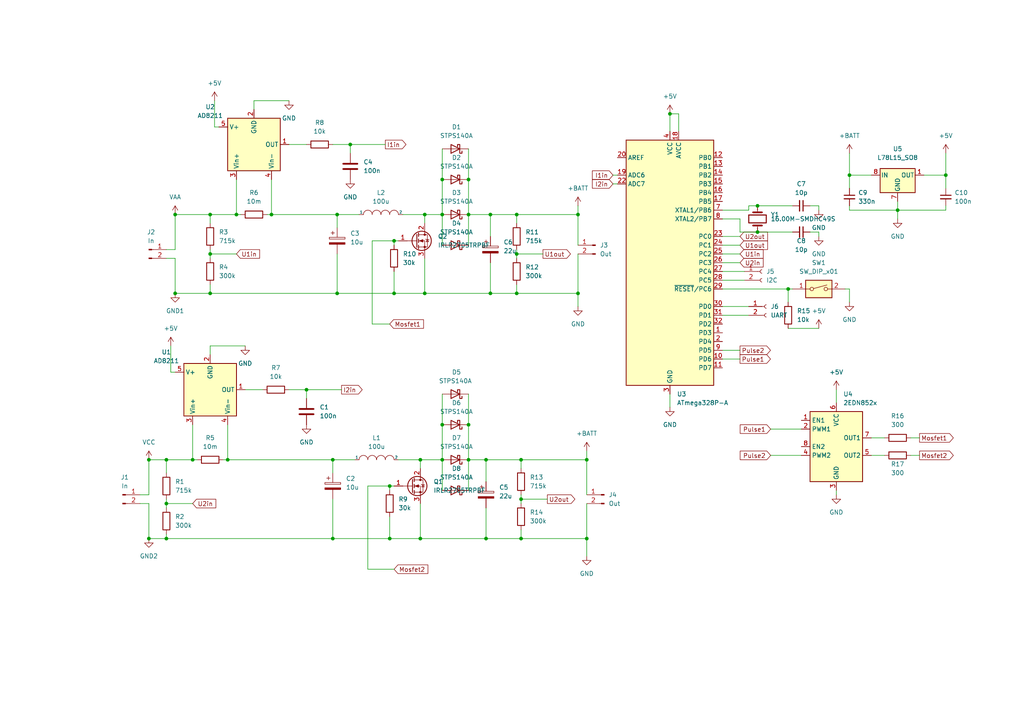
<source format=kicad_sch>
(kicad_sch (version 20211123) (generator eeschema)
  (paper "A4")
  (lib_symbols
    (symbol "Amplifier_Current:AD8211"
      (property "Reference" "U" (at -7.62 10.795 0))
      (property "Value" "AD8211" (at -7.62 8.89 0))
      (symbol "AD8211_0_1"
        (rectangle (start -7.62 7.62) (end 7.62 -7.62) (stroke (width 0.254)) (fill (type background)))
      )
      (symbol "AD8211_1_1"
        (pin output line (at 10.16 0 180) (length 2.54) (name "OUT") (number "1"))
        (pin power_in line (at 0 -10.16 90) (length 2.54) (name "GND") (number "2"))
        (pin input line (at -5.08 10.16 270) (length 2.54) (name "Vin+") (number "3"))
        (pin input line (at 5.08 10.16 270) (length 2.54) (name "Vin-") (number "4"))
        (pin power_in line (at -10.16 -5.08 0) (length 2.54) (name "V+") (number "5"))
      )
    )
    (symbol "Connector:Conn_01x02_Female" (pin_names (offset 1.016) hide)
      (property "Reference" "J" (at 0 2.54 0))
      (property "Value" "Conn_01x02_Female" (at 0 -5.08 0))
      (symbol "Conn_01x02_Female_1_1"
        (arc (start 0 -2.032) (mid -0.508 -2.54) (end 0 -3.048) (stroke (width 0.1524)))
        (polyline (pts (xy -1.27 -2.54) (xy -0.508 -2.54)) (stroke (width 0.1524)))
        (polyline (pts (xy -1.27 0) (xy -0.508 0)) (stroke (width 0.1524)))
        (arc (start 0 0.508) (mid -0.508 0) (end 0 -0.508) (stroke (width 0.1524)))
        (pin passive line (at -5.08 0 0) (length 3.81) (name "Pin_1") (number "1"))
        (pin passive line (at -5.08 -2.54 0) (length 3.81) (name "Pin_2") (number "2"))
      )
    )
    (symbol "Connector:Conn_01x02_Male" (pin_names (offset 1.016) hide)
      (property "Reference" "J" (at 0 2.54 0))
      (property "Value" "Conn_01x02_Male" (at 0 -5.08 0))
      (symbol "Conn_01x02_Male_1_1"
        (polyline (pts (xy 1.27 -2.54) (xy 0.8636 -2.54)) (stroke (width 0.1524)))
        (polyline (pts (xy 1.27 0) (xy 0.8636 0)) (stroke (width 0.1524)))
        (rectangle (start 0.8636 -2.413) (end 0 -2.667) (stroke (width 0.1524)) (fill (type outline)))
        (rectangle (start 0.8636 0.127) (end 0 -0.127) (stroke (width 0.1524)) (fill (type outline)))
        (pin passive line (at 5.08 0 180) (length 3.81) (name "Pin_1") (number "1"))
        (pin passive line (at 5.08 -2.54 180) (length 3.81) (name "Pin_2") (number "2"))
      )
    )
    (symbol "Device:C" (pin_numbers hide) (pin_names (offset 0.254))
      (property "Reference" "C" (at 0.635 2.54 0))
      (property "Value" "C" (at 0.635 -2.54 0))
      (symbol "C_0_1"
        (polyline (pts (xy -2.032 -0.762) (xy 2.032 -0.762)) (stroke (width 0.508)))
        (polyline (pts (xy -2.032 0.762) (xy 2.032 0.762)) (stroke (width 0.508)))
      )
      (symbol "C_1_1"
        (pin passive line (at 0 3.81 270) (length 2.794) (name "~") (number "1"))
        (pin passive line (at 0 -3.81 90) (length 2.794) (name "~") (number "2"))
      )
    )
    (symbol "Device:C_Polarized" (pin_numbers hide) (pin_names (offset 0.254))
      (property "Reference" "C" (at 0.635 2.54 0))
      (property "Value" "C_Polarized" (at 0.635 -2.54 0))
      (symbol "C_Polarized_0_1"
        (rectangle (start -2.286 0.508) (end 2.286 1.016))
        (polyline (pts (xy -1.778 2.286) (xy -0.762 2.286)))
        (polyline (pts (xy -1.27 2.794) (xy -1.27 1.778)))
        (rectangle (start 2.286 -0.508) (end -2.286 -1.016) (fill (type outline)))
      )
      (symbol "C_Polarized_1_1"
        (pin passive line (at 0 3.81 270) (length 2.794) (name "~") (number "1"))
        (pin passive line (at 0 -3.81 90) (length 2.794) (name "~") (number "2"))
      )
    )
    (symbol "Device:C_Small" (pin_numbers hide) (pin_names (offset 0.254) hide)
      (property "Reference" "C" (at 0.254 1.778 0))
      (property "Value" "C_Small" (at 0.254 -2.032 0))
      (symbol "C_Small_0_1"
        (polyline (pts (xy -1.524 -0.508) (xy 1.524 -0.508)) (stroke (width 0.3302)))
        (polyline (pts (xy -1.524 0.508) (xy 1.524 0.508)) (stroke (width 0.3048)))
      )
      (symbol "C_Small_1_1"
        (pin passive line (at 0 2.54 270) (length 2.032) (name "~") (number "1"))
        (pin passive line (at 0 -2.54 90) (length 2.032) (name "~") (number "2"))
      )
    )
    (symbol "Device:Crystal" (pin_numbers hide) (pin_names (offset 1.016) hide)
      (property "Reference" "Y" (at 0 3.81 0))
      (property "Value" "Crystal" (at 0 -3.81 0))
      (symbol "Crystal_0_1"
        (rectangle (start -1.143 2.54) (end 1.143 -2.54) (stroke (width 0.3048)))
        (polyline (pts (xy -2.54 0) (xy -1.905 0)))
        (polyline (pts (xy -1.905 -1.27) (xy -1.905 1.27)) (stroke (width 0.508)))
        (polyline (pts (xy 1.905 -1.27) (xy 1.905 1.27)) (stroke (width 0.508)))
        (polyline (pts (xy 2.54 0) (xy 1.905 0)))
      )
      (symbol "Crystal_1_1"
        (pin passive line (at -3.81 0 0) (length 1.27) (name "1") (number "1"))
        (pin passive line (at 3.81 0 180) (length 1.27) (name "2") (number "2"))
      )
    )
    (symbol "Device:D_Schottky" (pin_numbers hide) (pin_names (offset 1.016) hide)
      (property "Reference" "D" (at 0 2.54 0))
      (property "Value" "D_Schottky" (at 0 -2.54 0))
      (symbol "D_Schottky_0_1"
        (polyline (pts (xy 1.27 0) (xy -1.27 0)))
        (polyline (pts (xy 1.27 1.27) (xy 1.27 -1.27) (xy -1.27 0) (xy 1.27 1.27)) (stroke (width 0.254)))
        (polyline (pts (xy -1.905 0.635) (xy -1.905 1.27) (xy -1.27 1.27) (xy -1.27 -1.27) (xy -0.635 -1.27) (xy -0.635 -0.635)) (stroke (width 0.254)))
      )
      (symbol "D_Schottky_1_1"
        (pin passive line (at -3.81 0 0) (length 2.54) (name "K") (number "1"))
        (pin passive line (at 3.81 0 180) (length 2.54) (name "A") (number "2"))
      )
    )
    (symbol "Device:R" (pin_numbers hide) (pin_names (offset 0))
      (property "Reference" "R" (at 2.032 0 90))
      (property "Value" "R" (at 0 0 90))
      (symbol "R_0_1"
        (rectangle (start -1.016 -2.54) (end 1.016 2.54) (stroke (width 0.254)))
      )
      (symbol "R_1_1"
        (pin passive line (at 0 3.81 270) (length 1.27) (name "~") (number "1"))
        (pin passive line (at 0 -3.81 90) (length 1.27) (name "~") (number "2"))
      )
    )
    (symbol "Driver_FET:PM8834"
      (property "Reference" "U" (at -7.62 11.43 0))
      (property "Value" "PM8834" (at 12.7 11.43 0))
      (symbol "PM8834_0_1"
        (rectangle (start -7.62 -10.16) (end 7.62 10.16) (stroke (width 0.254)) (fill (type background)))
      )
      (symbol "PM8834_1_1"
        (pin input line (at -10.16 7.62 0) (length 2.54) (name "EN1") (number "1"))
        (pin input line (at -10.16 5.08 0) (length 2.54) (name "PWM1") (number "2"))
        (pin power_in line (at 0 -12.7 90) (length 2.54) (name "GND") (number "3"))
        (pin input line (at -10.16 -2.54 0) (length 2.54) (name "PWM2") (number "4"))
        (pin output line (at 10.16 -2.54 180) (length 2.54) (name "OUT2") (number "5"))
        (pin power_in line (at 0 12.7 270) (length 2.54) (name "VCC") (number "6"))
        (pin output line (at 10.16 2.54 180) (length 2.54) (name "OUT1") (number "7"))
        (pin input line (at -10.16 0 0) (length 2.54) (name "EN2") (number "8"))
      )
    )
    (symbol "MCU_Microchip_ATmega:ATmega328P-A"
      (property "Reference" "U" (at -12.7 36.83 0))
      (property "Value" "ATmega328P-A" (at 2.54 -36.83 0))
      (symbol "ATmega328P-A_0_1"
        (rectangle (start -12.7 -35.56) (end 12.7 35.56) (stroke (width 0.254)) (fill (type background)))
      )
      (symbol "ATmega328P-A_1_1"
        (pin bidirectional line (at 15.24 -20.32 180) (length 2.54) (name "PD3") (number "1"))
        (pin bidirectional line (at 15.24 -27.94 180) (length 2.54) (name "PD6") (number "10"))
        (pin bidirectional line (at 15.24 -30.48 180) (length 2.54) (name "PD7") (number "11"))
        (pin bidirectional line (at 15.24 30.48 180) (length 2.54) (name "PB0") (number "12"))
        (pin bidirectional line (at 15.24 27.94 180) (length 2.54) (name "PB1") (number "13"))
        (pin bidirectional line (at 15.24 25.4 180) (length 2.54) (name "PB2") (number "14"))
        (pin bidirectional line (at 15.24 22.86 180) (length 2.54) (name "PB3") (number "15"))
        (pin bidirectional line (at 15.24 20.32 180) (length 2.54) (name "PB4") (number "16"))
        (pin bidirectional line (at 15.24 17.78 180) (length 2.54) (name "PB5") (number "17"))
        (pin power_in line (at 2.54 38.1 270) (length 2.54) (name "AVCC") (number "18"))
        (pin input line (at -15.24 25.4 0) (length 2.54) (name "ADC6") (number "19"))
        (pin bidirectional line (at 15.24 -22.86 180) (length 2.54) (name "PD4") (number "2"))
        (pin passive line (at -15.24 30.48 0) (length 2.54) (name "AREF") (number "20"))
        (pin passive line (at 0 -38.1 90) (length 2.54) hide (name "GND") (number "21"))
        (pin input line (at -15.24 22.86 0) (length 2.54) (name "ADC7") (number "22"))
        (pin bidirectional line (at 15.24 7.62 180) (length 2.54) (name "PC0") (number "23"))
        (pin bidirectional line (at 15.24 5.08 180) (length 2.54) (name "PC1") (number "24"))
        (pin bidirectional line (at 15.24 2.54 180) (length 2.54) (name "PC2") (number "25"))
        (pin bidirectional line (at 15.24 0 180) (length 2.54) (name "PC3") (number "26"))
        (pin bidirectional line (at 15.24 -2.54 180) (length 2.54) (name "PC4") (number "27"))
        (pin bidirectional line (at 15.24 -5.08 180) (length 2.54) (name "PC5") (number "28"))
        (pin bidirectional line (at 15.24 -7.62 180) (length 2.54) (name "~{RESET}/PC6") (number "29"))
        (pin power_in line (at 0 -38.1 90) (length 2.54) (name "GND") (number "3"))
        (pin bidirectional line (at 15.24 -12.7 180) (length 2.54) (name "PD0") (number "30"))
        (pin bidirectional line (at 15.24 -15.24 180) (length 2.54) (name "PD1") (number "31"))
        (pin bidirectional line (at 15.24 -17.78 180) (length 2.54) (name "PD2") (number "32"))
        (pin power_in line (at 0 38.1 270) (length 2.54) (name "VCC") (number "4"))
        (pin passive line (at 0 -38.1 90) (length 2.54) hide (name "GND") (number "5"))
        (pin passive line (at 0 38.1 270) (length 2.54) hide (name "VCC") (number "6"))
        (pin bidirectional line (at 15.24 15.24 180) (length 2.54) (name "XTAL1/PB6") (number "7"))
        (pin bidirectional line (at 15.24 12.7 180) (length 2.54) (name "XTAL2/PB7") (number "8"))
        (pin bidirectional line (at 15.24 -25.4 180) (length 2.54) (name "PD5") (number "9"))
      )
    )
    (symbol "Regulator_Linear:L78L15_SO8" (pin_names (offset 0.254))
      (property "Reference" "U" (at -3.81 3.175 0))
      (property "Value" "L78L15_SO8" (at 0 3.175 0))
      (symbol "L78L15_SO8_0_1"
        (rectangle (start -5.08 1.905) (end 5.08 -5.08) (stroke (width 0.254)) (fill (type background)))
      )
      (symbol "L78L15_SO8_1_1"
        (pin power_out line (at 7.62 0 180) (length 2.54) (name "OUT") (number "1"))
        (pin passive line (at 0 -7.62 90) (length 2.54) hide (name "GND") (number "2"))
        (pin passive line (at 0 -7.62 90) (length 2.54) hide (name "GND") (number "3"))
        (pin no_connect line (at -5.08 -2.54 0) (length 2.54) hide (name "NC") (number "4"))
        (pin no_connect line (at 5.08 -2.54 180) (length 2.54) hide (name "NC") (number "5"))
        (pin passive line (at 0 -7.62 90) (length 2.54) hide (name "GND") (number "6"))
        (pin power_in line (at 0 -7.62 90) (length 2.54) (name "GND") (number "7"))
        (pin power_in line (at -7.62 0 0) (length 2.54) (name "IN") (number "8"))
      )
    )
    (symbol "Switch:SW_DIP_x01" (pin_names (offset 0) hide)
      (property "Reference" "SW" (at 0 3.81 0))
      (property "Value" "SW_DIP_x01" (at 0 -3.81 0))
      (symbol "SW_DIP_x01_0_0"
        (circle (center -2.032 0) (radius 0.508))
        (polyline (pts (xy -1.524 0.127) (xy 2.3622 1.1684)))
        (circle (center 2.032 0) (radius 0.508))
      )
      (symbol "SW_DIP_x01_0_1"
        (rectangle (start -3.81 2.54) (end 3.81 -2.54) (stroke (width 0.254)) (fill (type background)))
      )
      (symbol "SW_DIP_x01_1_1"
        (pin passive line (at -7.62 0 0) (length 5.08) (name "~") (number "1"))
        (pin passive line (at 7.62 0 180) (length 5.08) (name "~") (number "2"))
      )
    )
    (symbol "Transistor_FET:IRFS4321" (pin_names hide)
      (property "Reference" "Q" (at 5.08 1.905 0))
      (property "Value" "IRFS4321" (at 5.08 0 0))
      (symbol "IRFS4321_0_1"
        (polyline (pts (xy 0.254 0) (xy -2.54 0)))
        (polyline (pts (xy 0.254 1.905) (xy 0.254 -1.905)) (stroke (width 0.254)))
        (polyline (pts (xy 0.762 -1.27) (xy 0.762 -2.286)) (stroke (width 0.254)))
        (polyline (pts (xy 0.762 0.508) (xy 0.762 -0.508)) (stroke (width 0.254)))
        (polyline (pts (xy 0.762 2.286) (xy 0.762 1.27)) (stroke (width 0.254)))
        (polyline (pts (xy 2.54 2.54) (xy 2.54 1.778)))
        (polyline (pts (xy 2.54 -2.54) (xy 2.54 0) (xy 0.762 0)))
        (polyline (pts (xy 0.762 -1.778) (xy 3.302 -1.778) (xy 3.302 1.778) (xy 0.762 1.778)))
        (polyline (pts (xy 1.016 0) (xy 2.032 0.381) (xy 2.032 -0.381) (xy 1.016 0)) (fill (type outline)))
        (polyline (pts (xy 2.794 0.508) (xy 2.921 0.381) (xy 3.683 0.381) (xy 3.81 0.254)))
        (polyline (pts (xy 3.302 0.381) (xy 2.921 -0.254) (xy 3.683 -0.254) (xy 3.302 0.381)))
        (circle (center 1.651 0) (radius 2.794) (stroke (width 0.254)))
        (circle (center 2.54 -1.778) (radius 0.254) (fill (type outline)))
        (circle (center 2.54 1.778) (radius 0.254) (fill (type outline)))
      )
      (symbol "IRFS4321_1_1"
        (pin passive line (at -5.08 0 0) (length 2.54) (name "G") (number "1"))
        (pin passive line (at 2.54 5.08 270) (length 2.54) (name "D") (number "2"))
        (pin passive line (at 2.54 -5.08 90) (length 2.54) (name "S") (number "3"))
      )
    )
    (symbol "power:+5V" (power) (pin_names (offset 0))
      (property "Value" "+5V" (at 0 3.556 0))
      (symbol "+5V_0_1"
        (polyline (pts (xy -0.762 1.27) (xy 0 2.54)))
        (polyline (pts (xy 0 0) (xy 0 2.54)))
        (polyline (pts (xy 0 2.54) (xy 0.762 1.27)))
      )
      (symbol "+5V_1_1"
        (pin power_in line (at 0 0 90) (length 0) hide (name "+5V") (number "1"))
      )
    )
    (symbol "power:+BATT" (power) (pin_names (offset 0))
      (property "Value" "+BATT" (at 0 3.556 0))
      (symbol "+BATT_0_1"
        (polyline (pts (xy -0.762 1.27) (xy 0 2.54)))
        (polyline (pts (xy 0 0) (xy 0 2.54)))
        (polyline (pts (xy 0 2.54) (xy 0.762 1.27)))
      )
      (symbol "+BATT_1_1"
        (pin power_in line (at 0 0 90) (length 0) hide (name "+BATT") (number "1"))
      )
    )
    (symbol "power:GND" (power) (pin_names (offset 0))
      (property "Value" "GND" (at 0 -3.81 0))
      (symbol "GND_0_1"
        (polyline (pts (xy 0 0) (xy 0 -1.27) (xy 1.27 -1.27) (xy 0 -2.54) (xy -1.27 -1.27) (xy 0 -1.27)))
      )
      (symbol "GND_1_1"
        (pin power_in line (at 0 0 270) (length 0) hide (name "GND") (number "1"))
      )
    )
    (symbol "power:GND1" (power) (pin_names (offset 0))
      (property "Value" "GND1" (at 0 -3.81 0))
      (symbol "GND1_0_1"
        (polyline (pts (xy 0 0) (xy 0 -1.27) (xy 1.27 -1.27) (xy 0 -2.54) (xy -1.27 -1.27) (xy 0 -1.27)))
      )
      (symbol "GND1_1_1"
        (pin power_in line (at 0 0 270) (length 0) hide (name "GND1") (number "1"))
      )
    )
    (symbol "power:GND2" (power) (pin_names (offset 0))
      (property "Value" "GND2" (at 0 -3.81 0))
      (symbol "GND2_0_1"
        (polyline (pts (xy 0 0) (xy 0 -1.27) (xy 1.27 -1.27) (xy 0 -2.54) (xy -1.27 -1.27) (xy 0 -1.27)))
      )
      (symbol "GND2_1_1"
        (pin power_in line (at 0 0 270) (length 0) hide (name "GND2") (number "1"))
      )
    )
    (symbol "power:VAA" (power) (pin_names (offset 0))
      (property "Value" "VAA" (at 0 3.81 0))
      (symbol "VAA_0_1"
        (polyline (pts (xy -0.762 1.27) (xy 0 2.54)))
        (polyline (pts (xy 0 0) (xy 0 2.54)))
        (polyline (pts (xy 0 2.54) (xy 0.762 1.27)))
      )
      (symbol "VAA_1_1"
        (pin power_in line (at 0 0 90) (length 0) hide (name "VAA") (number "1"))
      )
    )
    (symbol "power:VCC" (power) (pin_names (offset 0))
      (property "Value" "VCC" (at 0 3.81 0))
      (symbol "VCC_0_1"
        (polyline (pts (xy -0.762 1.27) (xy 0 2.54)))
        (polyline (pts (xy 0 0) (xy 0 2.54)))
        (polyline (pts (xy 0 2.54) (xy 0.762 1.27)))
      )
      (symbol "VCC_1_1"
        (pin power_in line (at 0 0 90) (length 0) hide (name "VCC") (number "1"))
      )
    )
    (symbol "pspice:INDUCTOR" (pin_numbers hide) (pin_names (offset 0))
      (property "Reference" "L" (at 0 2.54 0))
      (property "Value" "INDUCTOR" (at 0 -1.27 0))
      (symbol "INDUCTOR_0_1"
        (arc (start -2.54 0) (mid -3.81 1.27) (end -5.08 0))
        (arc (start 0 0) (mid -1.27 1.27) (end -2.54 0))
        (arc (start 2.54 0) (mid 1.27 1.27) (end 0 0))
        (arc (start 5.08 0) (mid 3.81 1.27) (end 2.54 0))
      )
      (symbol "INDUCTOR_1_1"
        (pin input line (at -6.35 0 0) (length 1.27) (name "1") (number "1"))
        (pin input line (at 6.35 0 180) (length 1.27) (name "2") (number "2"))
      )
    )
  )
  (junction (at 43.18 156.21))
  (junction (at 114.3 85.09))
  (junction (at 167.64 85.09))
  (junction (at 135.89 52.07))
  (junction (at 219.71 67.31))
  (junction (at 101.6 41.91))
  (junction (at 135.89 62.23))
  (junction (at 151.13 144.78))
  (junction (at 170.18 133.35))
  (junction (at 128.27 52.07))
  (junction (at 219.71 59.69))
  (junction (at 128.27 123.19))
  (junction (at 113.03 140.97))
  (junction (at 128.27 62.23))
  (junction (at 142.24 85.09))
  (junction (at 142.24 62.23))
  (junction (at 151.13 156.21))
  (junction (at 121.92 156.21))
  (junction (at 60.96 85.09))
  (junction (at 48.26 133.35))
  (junction (at 78.74 62.23))
  (junction (at 114.3 69.85))
  (junction (at 60.96 73.66))
  (junction (at 149.86 73.66))
  (junction (at 140.97 156.21))
  (junction (at 43.18 133.35))
  (junction (at 96.52 133.35))
  (junction (at 66.04 133.35))
  (junction (at 50.8 85.09))
  (junction (at 97.79 85.09))
  (junction (at 68.58 62.23))
  (junction (at 123.19 62.23))
  (junction (at 149.86 62.23))
  (junction (at 48.26 146.05))
  (junction (at 167.64 62.23))
  (junction (at 170.18 156.21))
  (junction (at 140.97 133.35))
  (junction (at 123.19 85.09))
  (junction (at 97.79 62.23))
  (junction (at 96.52 156.21))
  (junction (at 88.9 113.03))
  (junction (at 228.6 83.82))
  (junction (at 55.88 133.35))
  (junction (at 260.35 60.96))
  (junction (at 194.31 33.02))
  (junction (at 149.86 85.09))
  (junction (at 48.26 156.21))
  (junction (at 151.13 133.35))
  (junction (at 60.96 62.23))
  (junction (at 128.27 133.35))
  (junction (at 135.89 133.35))
  (junction (at 135.89 123.19))
  (junction (at 121.92 133.35))
  (junction (at 246.38 50.8))
  (junction (at 113.03 156.21))
  (junction (at 274.32 50.8))
  (junction (at 50.8 62.23))
  (wire (pts (xy 151.13 156.21) (xy 170.18 156.21)))
  (wire (pts (xy 252.73 127) (xy 256.54 127)))
  (wire (pts (xy 219.71 59.69) (xy 217.17 59.69)))
  (wire (pts (xy 43.18 143.51) (xy 43.18 133.35)))
  (wire (pts (xy 229.87 83.82) (xy 228.6 83.82)))
  (wire (pts (xy 140.97 133.35) (xy 151.13 133.35)))
  (wire (pts (xy 209.55 73.66) (xy 214.63 73.66)))
  (wire (pts (xy 48.26 154.94) (xy 48.26 156.21)))
  (wire (pts (xy 170.18 161.29) (xy 170.18 156.21)))
  (wire (pts (xy 209.55 76.2) (xy 214.63 76.2)))
  (wire (pts (xy 264.16 127) (xy 266.7 127)))
  (wire (pts (xy 60.96 62.23) (xy 68.58 62.23)))
  (wire (pts (xy 50.8 72.39) (xy 50.8 62.23)))
  (wire (pts (xy 123.19 62.23) (xy 123.19 64.77)))
  (wire (pts (xy 114.3 78.74) (xy 114.3 85.09)))
  (wire (pts (xy 228.6 95.25) (xy 237.49 95.25)))
  (wire (pts (xy 194.31 33.02) (xy 194.31 38.1)))
  (wire (pts (xy 167.64 73.66) (xy 167.64 85.09)))
  (wire (pts (xy 96.52 144.78) (xy 96.52 156.21)))
  (wire (pts (xy 101.6 41.91) (xy 96.52 41.91)))
  (wire (pts (xy 209.55 91.44) (xy 217.17 91.44)))
  (wire (pts (xy 123.19 85.09) (xy 114.3 85.09)))
  (wire (pts (xy 96.52 137.16) (xy 96.52 133.35)))
  (wire (pts (xy 114.3 71.12) (xy 114.3 69.85)))
  (wire (pts (xy 48.26 146.05) (xy 48.26 147.32)))
  (wire (pts (xy 113.03 149.86) (xy 113.03 156.21)))
  (wire (pts (xy 49.53 100.33) (xy 49.53 107.95)))
  (wire (pts (xy 219.71 67.31) (xy 214.63 67.31)))
  (wire (pts (xy 68.58 62.23) (xy 69.85 62.23)))
  (wire (pts (xy 209.55 104.14) (xy 214.63 104.14)))
  (wire (pts (xy 106.68 140.97) (xy 113.03 140.97)))
  (wire (pts (xy 151.13 133.35) (xy 170.18 133.35)))
  (wire (pts (xy 237.49 67.31) (xy 234.95 67.31)))
  (wire (pts (xy 142.24 76.2) (xy 142.24 85.09)))
  (wire (pts (xy 49.53 107.95) (xy 50.8 107.95)))
  (wire (pts (xy 77.47 62.23) (xy 78.74 62.23)))
  (wire (pts (xy 107.95 69.85) (xy 114.3 69.85)))
  (wire (pts (xy 142.24 85.09) (xy 123.19 85.09)))
  (wire (pts (xy 142.24 85.09) (xy 149.86 85.09)))
  (wire (pts (xy 246.38 83.82) (xy 246.38 87.63)))
  (wire (pts (xy 66.04 133.35) (xy 96.52 133.35)))
  (wire (pts (xy 128.27 52.07) (xy 128.27 62.23)))
  (wire (pts (xy 115.57 133.35) (xy 121.92 133.35)))
  (wire (pts (xy 142.24 62.23) (xy 135.89 62.23)))
  (wire (pts (xy 60.96 100.33) (xy 60.96 102.87)))
  (wire (pts (xy 149.86 73.66) (xy 149.86 74.93)))
  (wire (pts (xy 274.32 50.8) (xy 274.32 54.61)))
  (wire (pts (xy 43.18 146.05) (xy 43.18 156.21)))
  (wire (pts (xy 209.55 88.9) (xy 217.17 88.9)))
  (wire (pts (xy 242.57 142.24) (xy 242.57 143.51)))
  (wire (pts (xy 135.89 123.19) (xy 135.89 133.35)))
  (wire (pts (xy 209.55 78.74) (xy 215.9 78.74)))
  (wire (pts (xy 242.57 113.03) (xy 242.57 116.84)))
  (wire (pts (xy 128.27 123.19) (xy 128.27 133.35)))
  (wire (pts (xy 246.38 50.8) (xy 252.73 50.8)))
  (wire (pts (xy 196.85 38.1) (xy 196.85 33.02)))
  (wire (pts (xy 71.12 100.33) (xy 60.96 100.33)))
  (wire (pts (xy 274.32 50.8) (xy 267.97 50.8)))
  (wire (pts (xy 135.89 52.07) (xy 135.89 43.18)))
  (wire (pts (xy 237.49 59.69) (xy 234.95 59.69)))
  (wire (pts (xy 128.27 142.24) (xy 128.27 133.35)))
  (wire (pts (xy 73.66 29.21) (xy 73.66 31.75)))
  (wire (pts (xy 43.18 133.35) (xy 48.26 133.35)))
  (wire (pts (xy 40.64 143.51) (xy 43.18 143.51)))
  (wire (pts (xy 149.86 73.66) (xy 157.48 73.66)))
  (wire (pts (xy 60.96 85.09) (xy 97.79 85.09)))
  (wire (pts (xy 96.52 156.21) (xy 113.03 156.21)))
  (wire (pts (xy 214.63 63.5) (xy 209.55 63.5)))
  (wire (pts (xy 106.68 165.1) (xy 114.3 165.1)))
  (wire (pts (xy 209.55 68.58) (xy 214.63 68.58)))
  (wire (pts (xy 123.19 74.93) (xy 123.19 85.09)))
  (wire (pts (xy 78.74 62.23) (xy 97.79 62.23)))
  (wire (pts (xy 246.38 50.8) (xy 246.38 54.61)))
  (wire (pts (xy 246.38 44.45) (xy 246.38 50.8)))
  (wire (pts (xy 223.52 124.46) (xy 232.41 124.46)))
  (wire (pts (xy 140.97 147.32) (xy 140.97 156.21)))
  (wire (pts (xy 177.8 53.34) (xy 179.07 53.34)))
  (wire (pts (xy 83.82 41.91) (xy 88.9 41.91)))
  (wire (pts (xy 151.13 144.78) (xy 151.13 146.05)))
  (wire (pts (xy 246.38 60.96) (xy 260.35 60.96)))
  (wire (pts (xy 55.88 133.35) (xy 57.15 133.35)))
  (wire (pts (xy 151.13 143.51) (xy 151.13 144.78)))
  (wire (pts (xy 107.95 93.98) (xy 107.95 69.85)))
  (wire (pts (xy 170.18 130.81) (xy 170.18 133.35)))
  (wire (pts (xy 101.6 44.45) (xy 101.6 41.91)))
  (wire (pts (xy 214.63 67.31) (xy 214.63 63.5)))
  (wire (pts (xy 113.03 142.24) (xy 113.03 140.97)))
  (wire (pts (xy 229.87 59.69) (xy 219.71 59.69)))
  (wire (pts (xy 135.89 71.12) (xy 135.89 62.23)))
  (wire (pts (xy 78.74 52.07) (xy 78.74 62.23)))
  (wire (pts (xy 135.89 142.24) (xy 135.89 133.35)))
  (wire (pts (xy 60.96 62.23) (xy 60.96 64.77)))
  (wire (pts (xy 264.16 132.08) (xy 266.7 132.08)))
  (wire (pts (xy 62.23 36.83) (xy 63.5 36.83)))
  (wire (pts (xy 135.89 123.19) (xy 135.89 114.3)))
  (wire (pts (xy 48.26 72.39) (xy 50.8 72.39)))
  (wire (pts (xy 167.64 59.69) (xy 167.64 62.23)))
  (wire (pts (xy 97.79 85.09) (xy 114.3 85.09)))
  (wire (pts (xy 48.26 74.93) (xy 50.8 74.93)))
  (wire (pts (xy 97.79 66.04) (xy 97.79 62.23)))
  (wire (pts (xy 88.9 113.03) (xy 99.06 113.03)))
  (wire (pts (xy 149.86 62.23) (xy 167.64 62.23)))
  (wire (pts (xy 48.26 146.05) (xy 55.88 146.05)))
  (wire (pts (xy 209.55 81.28) (xy 215.9 81.28)))
  (wire (pts (xy 48.26 133.35) (xy 55.88 133.35)))
  (wire (pts (xy 62.23 29.21) (xy 62.23 36.83)))
  (wire (pts (xy 48.26 133.35) (xy 48.26 137.16)))
  (wire (pts (xy 60.96 73.66) (xy 68.58 73.66)))
  (wire (pts (xy 64.77 133.35) (xy 66.04 133.35)))
  (wire (pts (xy 48.26 156.21) (xy 96.52 156.21)))
  (wire (pts (xy 167.64 71.12) (xy 167.64 62.23)))
  (wire (pts (xy 151.13 133.35) (xy 151.13 135.89)))
  (wire (pts (xy 113.03 140.97) (xy 114.3 140.97)))
  (wire (pts (xy 217.17 60.96) (xy 209.55 60.96)))
  (wire (pts (xy 167.64 88.9) (xy 167.64 85.09)))
  (wire (pts (xy 223.52 132.08) (xy 232.41 132.08)))
  (wire (pts (xy 106.68 165.1) (xy 106.68 140.97)))
  (wire (pts (xy 50.8 62.23) (xy 60.96 62.23)))
  (wire (pts (xy 246.38 59.69) (xy 246.38 60.96)))
  (wire (pts (xy 149.86 72.39) (xy 149.86 73.66)))
  (wire (pts (xy 229.87 67.31) (xy 219.71 67.31)))
  (wire (pts (xy 140.97 156.21) (xy 151.13 156.21)))
  (wire (pts (xy 121.92 133.35) (xy 128.27 133.35)))
  (wire (pts (xy 217.17 59.69) (xy 217.17 60.96)))
  (wire (pts (xy 96.52 133.35) (xy 102.87 133.35)))
  (wire (pts (xy 101.6 41.91) (xy 111.76 41.91)))
  (wire (pts (xy 177.8 50.8) (xy 179.07 50.8)))
  (wire (pts (xy 252.73 132.08) (xy 256.54 132.08)))
  (wire (pts (xy 140.97 139.7) (xy 140.97 133.35)))
  (wire (pts (xy 196.85 33.02) (xy 194.31 33.02)))
  (wire (pts (xy 209.55 71.12) (xy 214.63 71.12)))
  (wire (pts (xy 209.55 101.6) (xy 214.63 101.6)))
  (wire (pts (xy 128.27 123.19) (xy 128.27 114.3)))
  (wire (pts (xy 107.95 93.98) (xy 113.03 93.98)))
  (wire (pts (xy 48.26 144.78) (xy 48.26 146.05)))
  (wire (pts (xy 68.58 52.07) (xy 68.58 62.23)))
  (wire (pts (xy 149.86 62.23) (xy 149.86 64.77)))
  (wire (pts (xy 60.96 82.55) (xy 60.96 85.09)))
  (wire (pts (xy 40.64 146.05) (xy 43.18 146.05)))
  (wire (pts (xy 274.32 59.69) (xy 274.32 60.96)))
  (wire (pts (xy 116.84 62.23) (xy 123.19 62.23)))
  (wire (pts (xy 128.27 71.12) (xy 128.27 62.23)))
  (wire (pts (xy 151.13 153.67) (xy 151.13 156.21)))
  (wire (pts (xy 121.92 146.05) (xy 121.92 156.21)))
  (wire (pts (xy 274.32 60.96) (xy 260.35 60.96)))
  (wire (pts (xy 121.92 156.21) (xy 113.03 156.21)))
  (wire (pts (xy 209.55 83.82) (xy 228.6 83.82)))
  (wire (pts (xy 237.49 60.96) (xy 237.49 59.69)))
  (wire (pts (xy 142.24 62.23) (xy 149.86 62.23)))
  (wire (pts (xy 50.8 85.09) (xy 60.96 85.09)))
  (wire (pts (xy 260.35 60.96) (xy 260.35 63.5)))
  (wire (pts (xy 97.79 62.23) (xy 104.14 62.23)))
  (wire (pts (xy 60.96 73.66) (xy 60.96 74.93)))
  (wire (pts (xy 88.9 115.57) (xy 88.9 113.03)))
  (wire (pts (xy 140.97 133.35) (xy 135.89 133.35)))
  (wire (pts (xy 121.92 133.35) (xy 121.92 135.89)))
  (wire (pts (xy 237.49 68.58) (xy 237.49 67.31)))
  (wire (pts (xy 50.8 74.93) (xy 50.8 85.09)))
  (wire (pts (xy 97.79 73.66) (xy 97.79 85.09)))
  (wire (pts (xy 170.18 143.51) (xy 170.18 133.35)))
  (wire (pts (xy 88.9 113.03) (xy 83.82 113.03)))
  (wire (pts (xy 55.88 123.19) (xy 55.88 133.35)))
  (wire (pts (xy 123.19 62.23) (xy 128.27 62.23)))
  (wire (pts (xy 71.12 113.03) (xy 76.2 113.03)))
  (wire (pts (xy 128.27 52.07) (xy 128.27 43.18)))
  (wire (pts (xy 194.31 114.3) (xy 194.31 118.11)))
  (wire (pts (xy 135.89 52.07) (xy 135.89 62.23)))
  (wire (pts (xy 245.11 83.82) (xy 246.38 83.82)))
  (wire (pts (xy 114.3 69.85) (xy 115.57 69.85)))
  (wire (pts (xy 260.35 58.42) (xy 260.35 60.96)))
  (wire (pts (xy 60.96 72.39) (xy 60.96 73.66)))
  (wire (pts (xy 228.6 87.63) (xy 228.6 83.82)))
  (wire (pts (xy 66.04 123.19) (xy 66.04 133.35)))
  (wire (pts (xy 43.18 156.21) (xy 48.26 156.21)))
  (wire (pts (xy 170.18 146.05) (xy 170.18 156.21)))
  (wire (pts (xy 83.82 29.21) (xy 73.66 29.21)))
  (wire (pts (xy 149.86 85.09) (xy 167.64 85.09)))
  (wire (pts (xy 140.97 156.21) (xy 121.92 156.21)))
  (wire (pts (xy 142.24 68.58) (xy 142.24 62.23)))
  (wire (pts (xy 151.13 144.78) (xy 158.75 144.78)))
  (wire (pts (xy 274.32 44.45) (xy 274.32 50.8)))
  (wire (pts (xy 149.86 82.55) (xy 149.86 85.09)))
  (global_label "I1in" (shape input) (at 177.8 50.8 180) (property "Intersheet References" "${INTERSHEET_REFS}" (effects hide)))
  (global_label "Pulse1" (shape input) (at 223.52 124.46 180) (property "Intersheet References" "${INTERSHEET_REFS}" (effects hide)))
  (global_label "I2in" (shape output) (at 99.06 113.03 0) (property "Intersheet References" "${INTERSHEET_REFS}" (effects hide)))
  (global_label "Pulse2" (shape input) (at 223.52 132.08 180) (property "Intersheet References" "${INTERSHEET_REFS}" (effects hide)))
  (global_label "I1in" (shape output) (at 111.76 41.91 0) (property "Intersheet References" "${INTERSHEET_REFS}" (effects hide)))
  (global_label "Pulse2" (shape output) (at 214.63 101.6 0) (property "Intersheet References" "${INTERSHEET_REFS}" (effects hide)))
  (global_label "Mosfet1" (shape input) (at 113.03 93.98 0) (property "Intersheet References" "${INTERSHEET_REFS}" (effects hide)))
  (global_label "U2out" (shape output) (at 158.75 144.78 0) (property "Intersheet References" "${INTERSHEET_REFS}" (effects hide)))
  (global_label "I2in" (shape input) (at 177.8 53.34 180) (property "Intersheet References" "${INTERSHEET_REFS}" (effects hide)))
  (global_label "U1in" (shape input) (at 214.63 73.66 0) (property "Intersheet References" "${INTERSHEET_REFS}" (effects hide)))
  (global_label "U2out" (shape input) (at 214.63 68.58 0) (property "Intersheet References" "${INTERSHEET_REFS}" (effects hide)))
  (global_label "U2in" (shape input) (at 55.88 146.05 0) (property "Intersheet References" "${INTERSHEET_REFS}" (effects hide)))
  (global_label "U1in" (shape input) (at 68.58 73.66 0) (property "Intersheet References" "${INTERSHEET_REFS}" (effects hide)))
  (global_label "U1out" (shape input) (at 214.63 71.12 0) (property "Intersheet References" "${INTERSHEET_REFS}" (effects hide)))
  (global_label "U2in" (shape input) (at 214.63 76.2 0) (property "Intersheet References" "${INTERSHEET_REFS}" (effects hide)))
  (global_label "Pulse1" (shape output) (at 214.63 104.14 0) (property "Intersheet References" "${INTERSHEET_REFS}" (effects hide)))
  (global_label "Mosfet2" (shape output) (at 266.7 132.08 0) (property "Intersheet References" "${INTERSHEET_REFS}" (effects hide)))
  (global_label "U1out" (shape output) (at 157.48 73.66 0) (property "Intersheet References" "${INTERSHEET_REFS}" (effects hide)))
  (global_label "Mosfet1" (shape output) (at 266.7 127 0) (property "Intersheet References" "${INTERSHEET_REFS}" (effects hide)))
  (global_label "Mosfet2" (shape input) (at 114.3 165.1 0) (property "Intersheet References" "${INTERSHEET_REFS}" (effects hide)))
  (symbol (lib_id "Device:R") (at 48.26 140.97 180) (unit 1)
    (property "Reference" "R1" (at 50.8 139.6999 0) (effects (justify right)))
    (property "Value" "715k" (at 50.8 142.2399 0) (effects (justify right)))
    (property "Footprint" "Resistor_SMD:R_1206_3216Metric_Pad1.30x1.75mm_HandSolder" (effects hide))
  )
  (symbol (lib_id "Device:C") (at 101.6 48.26 0) (unit 1)
    (property "Reference" "C4" (at 105.41 46.9899 0) (effects (justify left)))
    (property "Value" "100n" (at 105.41 49.5299 0) (effects (justify left)))
    (property "Footprint" "Resistor_SMD:R_1206_3216Metric_Pad1.30x1.75mm_HandSolder" (effects hide))
  )
  (symbol (lib_id "power:GND") (at 246.38 87.63 0) (unit 1)
    (property "Reference" "#PWR023" (effects hide))
    (property "Value" "GND" (at 246.38 92.71 0))
  )
  (symbol (lib_id "power:+BATT") (at 170.18 130.81 0) (unit 1)
    (property "Reference" "#PWR013" (effects hide))
    (property "Value" "+BATT" (at 170.18 125.73 0))
  )
  (symbol (lib_id "Device:C_Polarized") (at 96.52 140.97 0) (unit 1)
    (property "Reference" "C2" (at 100.33 138.8109 0) (effects (justify left)))
    (property "Value" "10u" (at 100.33 141.3509 0) (effects (justify left)))
    (property "Footprint" "Capacitor_Tantalum_SMD:CP_EIA-7343-15_Kemet-W_Pad2.25x2.55mm_HandSolder" (effects hide))
    (property "Datasheet" "https://www.tme.eu/pl/details/t491d106k050at/kondensatory-tantalowe-smd/kemet/" (effects hide))
  )
  (symbol (lib_id "Device:R") (at 260.35 127 90) (unit 1)
    (property "Reference" "R16" (at 260.35 120.65 90))
    (property "Value" "300" (at 260.35 123.19 90))
    (property "Footprint" "Resistor_SMD:R_1206_3216Metric_Pad1.30x1.75mm_HandSolder" (effects hide))
  )
  (symbol (lib_id "Device:C") (at 88.9 119.38 0) (unit 1)
    (property "Reference" "C1" (at 92.71 118.1099 0) (effects (justify left)))
    (property "Value" "100n" (at 92.71 120.6499 0) (effects (justify left)))
    (property "Footprint" "Resistor_SMD:R_1206_3216Metric_Pad1.30x1.75mm_HandSolder" (effects hide))
  )
  (symbol (lib_id "power:GND1") (at 50.8 85.09 0) (unit 1)
    (property "Reference" "#PWR05" (effects hide))
    (property "Value" "GND1" (at 50.8 90.17 0))
  )
  (symbol (lib_id "Device:D_Schottky") (at 132.08 62.23 180) (unit 1)
    (property "Reference" "D3" (at 132.3975 55.88 0))
    (property "Value" "STPS140A" (at 132.3975 58.42 0))
    (property "Footprint" "Diode_SMD:D_2010_5025Metric_Pad1.52x2.65mm_HandSolder" (effects hide))
    (property "Datasheet" "https://www.tme.eu/pl/details/stps140a/diody-schottky-smd/stmicroelectronics/" (effects hide))
  )
  (symbol (lib_id "Device:R") (at 48.26 151.13 180) (unit 1)
    (property "Reference" "R2" (at 50.8 149.8599 0) (effects (justify right)))
    (property "Value" "300k" (at 50.8 152.3999 0) (effects (justify right)))
    (property "Footprint" "Resistor_SMD:R_1206_3216Metric_Pad1.30x1.75mm_HandSolder" (effects hide))
  )
  (symbol (lib_id "Device:R") (at 228.6 91.44 180) (unit 1)
    (property "Reference" "R15" (at 231.14 90.1699 0) (effects (justify right)))
    (property "Value" "10k" (at 231.14 92.7099 0) (effects (justify right)))
    (property "Footprint" "Resistor_SMD:R_1206_3216Metric_Pad1.30x1.75mm_HandSolder" (effects hide))
  )
  (symbol (lib_id "Device:D_Schottky") (at 132.08 133.35 180) (unit 1)
    (property "Reference" "D7" (at 132.3975 127 0))
    (property "Value" "STPS140A" (at 132.3975 129.54 0))
    (property "Footprint" "Diode_SMD:D_2010_5025Metric_Pad1.52x2.65mm_HandSolder" (effects hide))
    (property "Datasheet" "https://www.tme.eu/pl/details/stps140a/diody-schottky-smd/stmicroelectronics/" (effects hide))
  )
  (symbol (lib_id "Device:R") (at 60.96 78.74 180) (unit 1)
    (property "Reference" "R4" (at 63.5 77.4699 0) (effects (justify right)))
    (property "Value" "300k" (at 63.5 80.0099 0) (effects (justify right)))
    (property "Footprint" "Resistor_SMD:R_1206_3216Metric_Pad1.30x1.75mm_HandSolder" (effects hide))
  )
  (symbol (lib_id "Connector:Conn_01x02_Male") (at 35.56 143.51 0) (unit 1)
    (property "Reference" "J1" (at 36.195 138.43 0))
    (property "Value" "In" (at 36.195 140.97 0))
    (property "Footprint" "moje:PowerPad" (effects hide))
  )
  (symbol (lib_id "Device:Crystal") (at 219.71 63.5 270) (mirror x) (unit 1)
    (property "Reference" "Y1" (at 223.52 62.23 90) (effects (justify left)))
    (property "Value" "16.00M-SMDHC49S" (at 223.52 63.5 90) (effects (justify left)))
    (property "Footprint" "Crystal:Crystal_SMD_HC49-SD_HandSoldering" (effects hide))
    (property "Datasheet" "https://www.tme.eu/pl/details/16.00m-smdhc49s/rezonatory-kwarcowe-smd/yic/" (effects hide))
  )
  (symbol (lib_id "Device:R") (at 151.13 149.86 180) (unit 1)
    (property "Reference" "R14" (at 153.67 148.5899 0) (effects (justify right)))
    (property "Value" "300k" (at 153.67 151.1299 0) (effects (justify right)))
    (property "Footprint" "Resistor_SMD:R_1206_3216Metric_Pad1.30x1.75mm_HandSolder" (effects hide))
  )
  (symbol (lib_id "Device:C_Small") (at 232.41 59.69 270) (mirror x) (unit 1)
    (property "Reference" "C7" (at 232.4036 53.34 90))
    (property "Value" "10p" (at 232.4036 55.88 90))
    (property "Footprint" "Resistor_SMD:R_1206_3216Metric_Pad1.30x1.75mm_HandSolder" (effects hide))
  )
  (symbol (lib_id "power:GND") (at 170.18 161.29 0) (unit 1)
    (property "Reference" "#PWR014" (effects hide))
    (property "Value" "GND" (at 170.18 166.37 0))
  )
  (symbol (lib_id "Amplifier_Current:AD8211") (at 60.96 113.03 0) (mirror x) (unit 1)
    (property "Reference" "U1" (at 48.26 102.1205 0))
    (property "Value" "AD8211" (at 48.26 104.6605 0))
    (property "Footprint" "Package_TO_SOT_SMD:SOT-23-5" (effects hide))
    (property "Datasheet" "https://www.tme.eu/pl/details/ad8211yrjz-r2/wzmacniacze-operacyjne-smd/analog-devices/" (effects hide))
  )
  (symbol (lib_id "Device:R") (at 73.66 62.23 90) (unit 1)
    (property "Reference" "R6" (at 73.66 55.88 90))
    (property "Value" "10m" (at 73.66 58.42 90))
    (property "Footprint" "Resistor_SMD:R_2010_5025Metric_Pad1.40x2.65mm_HandSolder" (effects hide))
  )
  (symbol (lib_id "Connector:Conn_01x02_Female") (at 222.25 88.9 0) (unit 1)
    (property "Reference" "J6" (at 223.52 88.8999 0) (effects (justify left)))
    (property "Value" "UART" (at 223.52 91.4399 0) (effects (justify left)))
    (property "Footprint" "Connector_Wire:SolderWire-1.5sqmm_1x02_P7.8mm_D1.7mm_OD3.9mm" (effects hide))
  )
  (symbol (lib_id "power:+5V") (at 194.31 33.02 0) (unit 1)
    (property "Reference" "#PWR015" (effects hide))
    (property "Value" "+5V" (at 194.31 27.94 0))
  )
  (symbol (lib_id "Transistor_FET:IRFS4321") (at 120.65 69.85 0) (unit 1)
    (property "Reference" "Q2" (at 127 68.5799 0) (effects (justify left)))
    (property "Value" "IRLR2705TRPBF" (at 127 71.1199 0) (effects (justify left)))
    (property "Footprint" "Package_TO_SOT_SMD:TO-263-2" (effects hide))
    (property "Datasheet" "https://www.tme.eu/pl/details/irlr2705trpbf/tranzystory-z-kanalem-n-smd/infineon-technologies/" (effects hide))
  )
  (symbol (lib_id "Device:R") (at 151.13 139.7 180) (unit 1)
    (property "Reference" "R13" (at 153.67 138.4299 0) (effects (justify right)))
    (property "Value" "715k" (at 153.67 140.9699 0) (effects (justify right)))
    (property "Footprint" "Resistor_SMD:R_1206_3216Metric_Pad1.30x1.75mm_HandSolder" (effects hide))
  )
  (symbol (lib_id "Device:C_Small") (at 274.32 57.15 0) (unit 1)
    (property "Reference" "C10" (at 276.86 55.8862 0) (effects (justify left)))
    (property "Value" "100n" (at 276.86 58.4262 0) (effects (justify left)))
    (property "Footprint" "Resistor_SMD:R_1206_3216Metric_Pad1.30x1.75mm_HandSolder" (effects hide))
  )
  (symbol (lib_id "power:+BATT") (at 167.64 59.69 0) (unit 1)
    (property "Reference" "#PWR011" (effects hide))
    (property "Value" "+BATT" (at 167.64 54.61 0))
  )
  (symbol (lib_id "power:GND") (at 88.9 123.19 0) (unit 1)
    (property "Reference" "#PWR09" (effects hide))
    (property "Value" "GND" (at 88.9 128.27 0))
  )
  (symbol (lib_id "Device:C_Polarized") (at 142.24 72.39 0) (unit 1)
    (property "Reference" "C6" (at 146.05 70.2309 0) (effects (justify left)))
    (property "Value" "22u" (at 146.05 72.7709 0) (effects (justify left)))
    (property "Footprint" "Capacitor_Tantalum_SMD:CP_EIA-7343-15_Kemet-W_Pad2.25x2.55mm_HandSolder" (effects hide))
    (property "Datasheet" "https://www.tme.eu/pl/details/t491x226k050at/kondensatory-tantalowe-smd/kemet/" (effects hide))
  )
  (symbol (lib_id "Device:C_Polarized") (at 140.97 143.51 0) (unit 1)
    (property "Reference" "C5" (at 144.78 141.3509 0) (effects (justify left)))
    (property "Value" "22u" (at 144.78 143.8909 0) (effects (justify left)))
    (property "Footprint" "Capacitor_Tantalum_SMD:CP_EIA-7343-15_Kemet-W_Pad2.25x2.55mm_HandSolder" (effects hide))
    (property "Datasheet" "https://www.tme.eu/pl/details/t491x226k050at/kondensatory-tantalowe-smd/kemet/" (effects hide))
  )
  (symbol (lib_id "power:+5V") (at 237.49 95.25 0) (unit 1)
    (property "Reference" "#PWR019" (effects hide))
    (property "Value" "+5V" (at 237.49 90.17 0))
  )
  (symbol (lib_id "power:+5V") (at 274.32 44.45 0) (unit 1)
    (property "Reference" "#PWR025" (effects hide))
    (property "Value" "+5V" (at 274.32 39.37 0))
  )
  (symbol (lib_id "power:GND") (at 260.35 63.5 0) (unit 1)
    (property "Reference" "#PWR024" (effects hide))
    (property "Value" "GND" (at 260.35 68.58 0))
  )
  (symbol (lib_id "Device:R") (at 80.01 113.03 90) (unit 1)
    (property "Reference" "R7" (at 80.01 106.68 90))
    (property "Value" "10k" (at 80.01 109.22 90))
    (property "Footprint" "Resistor_SMD:R_1206_3216Metric_Pad1.30x1.75mm_HandSolder" (effects hide))
  )
  (symbol (lib_id "Device:R") (at 60.96 133.35 90) (unit 1)
    (property "Reference" "R5" (at 60.96 127 90))
    (property "Value" "10m" (at 60.96 129.54 90))
    (property "Footprint" "Resistor_SMD:R_2010_5025Metric_Pad1.40x2.65mm_HandSolder" (effects hide))
  )
  (symbol (lib_id "Regulator_Linear:L78L15_SO8") (at 260.35 50.8 0) (unit 1)
    (property "Reference" "U5" (at 260.35 43.18 0))
    (property "Value" "L78L15_SO8" (at 260.35 45.72 0))
    (property "Footprint" "Package_SO:SOIC-8_3.9x4.9mm_P1.27mm" (effects hide))
    (property "Datasheet" "http://www.st.com/content/ccc/resource/technical/document/datasheet/15/55/e5/aa/23/5b/43/fd/CD00000446.pdf/files/CD00000446.pdf/jcr:content/translations/en.CD00000446.pdf" (effects hide))
  )
  (symbol (lib_id "power:GND") (at 71.12 100.33 0) (unit 1)
    (property "Reference" "#PWR07" (effects hide))
    (property "Value" "GND" (at 71.12 105.41 0))
  )
  (symbol (lib_id "power:VCC") (at 43.18 133.35 0) (unit 1)
    (property "Reference" "#PWR01" (effects hide))
    (property "Value" "VCC" (at 43.18 128.27 0))
  )
  (symbol (lib_id "Driver_FET:PM8834") (at 242.57 129.54 0) (unit 1)
    (property "Reference" "U4" (at 244.5894 114.3 0) (effects (justify left)))
    (property "Value" "2EDN852x" (at 244.5894 116.84 0) (effects (justify left)))
    (property "Footprint" "Package_SO:SOIC-8_3.9x4.9mm_P1.27mm" (effects hide))
    (property "Datasheet" "http://www.st.com/resource/en/datasheet/pm8834.pdf" (effects hide))
  )
  (symbol (lib_id "Switch:SW_DIP_x01") (at 237.49 83.82 0) (unit 1)
    (property "Reference" "SW1" (at 237.49 76.2 0))
    (property "Value" "SW_DIP_x01" (at 237.49 78.74 0))
    (property "Footprint" "Jumper:SolderJumper-2_P1.3mm_Open_RoundedPad1.0x1.5mm" (effects hide))
  )
  (symbol (lib_id "power:+BATT") (at 246.38 44.45 0) (unit 1)
    (property "Reference" "#PWR022" (effects hide))
    (property "Value" "+BATT" (at 246.38 39.37 0))
  )
  (symbol (lib_id "Transistor_FET:IRFS4321") (at 119.38 140.97 0) (unit 1)
    (property "Reference" "Q1" (at 125.73 139.6999 0) (effects (justify left)))
    (property "Value" "IRLR2705TRPBF" (at 125.73 142.2399 0) (effects (justify left)))
    (property "Footprint" "Package_TO_SOT_SMD:TO-263-2" (effects hide))
    (property "Datasheet" "https://www.tme.eu/pl/details/irlr2705trpbf/tranzystory-z-kanalem-n-smd/infineon-technologies/" (effects hide))
  )
  (symbol (lib_id "Device:R") (at 149.86 78.74 180) (unit 1)
    (property "Reference" "R12" (at 152.4 77.4699 0) (effects (justify right)))
    (property "Value" "300k" (at 152.4 80.0099 0) (effects (justify right)))
    (property "Footprint" "Resistor_SMD:R_1206_3216Metric_Pad1.30x1.75mm_HandSolder" (effects hide))
  )
  (symbol (lib_id "pspice:INDUCTOR") (at 109.22 133.35 0) (unit 1)
    (property "Reference" "L1" (at 109.22 127 0))
    (property "Value" "100u" (at 109.22 129.54 0))
    (property "Footprint" "Inductor_SMD:L_Bourns_SRR1208_12.7x12.7mm" (effects hide))
    (property "Datasheet" "https://www.tme.eu/pl/details/de1205-100/dlawiki-smd-mocy/ferrocore/" (effects hide))
  )
  (symbol (lib_id "power:+5V") (at 62.23 29.21 0) (unit 1)
    (property "Reference" "#PWR06" (effects hide))
    (property "Value" "+5V" (at 62.23 24.13 0))
  )
  (symbol (lib_id "Device:D_Schottky") (at 132.08 43.18 180) (unit 1)
    (property "Reference" "D1" (at 132.3975 36.83 0))
    (property "Value" "STPS140A" (at 132.3975 39.37 0))
    (property "Footprint" "Diode_SMD:D_2010_5025Metric_Pad1.52x2.65mm_HandSolder" (effects hide))
    (property "Datasheet" "https://www.tme.eu/pl/details/stps140a/diody-schottky-smd/stmicroelectronics/" (effects hide))
  )
  (symbol (lib_id "power:+5V") (at 242.57 113.03 0) (unit 1)
    (property "Reference" "#PWR020" (effects hide))
    (property "Value" "+5V" (at 242.57 107.95 0))
  )
  (symbol (lib_id "Device:D_Schottky") (at 132.08 123.19 180) (unit 1)
    (property "Reference" "D6" (at 132.3975 116.84 0))
    (property "Value" "STPS140A" (at 132.3975 119.38 0))
    (property "Footprint" "Diode_SMD:D_2010_5025Metric_Pad1.52x2.65mm_HandSolder" (effects hide))
    (property "Datasheet" "https://www.tme.eu/pl/details/stps140a/diody-schottky-smd/stmicroelectronics/" (effects hide))
  )
  (symbol (lib_id "pspice:INDUCTOR") (at 110.49 62.23 0) (unit 1)
    (property "Reference" "L2" (at 110.49 55.88 0))
    (property "Value" "100u" (at 110.49 58.42 0))
    (property "Footprint" "Inductor_SMD:L_Bourns_SRR1208_12.7x12.7mm" (effects hide))
    (property "Datasheet" "https://www.tme.eu/pl/details/de1205-100/dlawiki-smd-mocy/ferrocore/" (effects hide))
  )
  (symbol (lib_id "Device:R") (at 260.35 132.08 90) (unit 1)
    (property "Reference" "R17" (at 260.35 134.62 90))
    (property "Value" "300" (at 260.35 137.16 90))
    (property "Footprint" "Resistor_SMD:R_1206_3216Metric_Pad1.30x1.75mm_HandSolder" (effects hide))
  )
  (symbol (lib_id "power:GND") (at 237.49 68.58 0) (unit 1)
    (property "Reference" "#PWR018" (effects hide))
    (property "Value" "GND" (at 237.49 73.66 0))
  )
  (symbol (lib_id "power:GND") (at 194.31 118.11 0) (unit 1)
    (property "Reference" "#PWR016" (effects hide))
    (property "Value" "GND" (at 194.31 123.19 0))
  )
  (symbol (lib_id "Device:C_Small") (at 246.38 57.15 0) (unit 1)
    (property "Reference" "C9" (at 248.92 55.8862 0) (effects (justify left)))
    (property "Value" "330n" (at 248.92 58.4262 0) (effects (justify left)))
    (property "Footprint" "Resistor_SMD:R_1206_3216Metric_Pad1.30x1.75mm_HandSolder" (effects hide))
  )
  (symbol (lib_id "power:GND") (at 167.64 88.9 0) (unit 1)
    (property "Reference" "#PWR012" (effects hide))
    (property "Value" "GND" (at 167.64 93.98 0))
  )
  (symbol (lib_id "power:GND") (at 83.82 29.21 0) (unit 1)
    (property "Reference" "#PWR08" (effects hide))
    (property "Value" "GND" (at 83.82 34.29 0))
  )
  (symbol (lib_id "power:GND") (at 101.6 52.07 0) (unit 1)
    (property "Reference" "#PWR010" (effects hide))
    (property "Value" "GND" (at 101.6 57.15 0))
  )
  (symbol (lib_id "Device:R") (at 92.71 41.91 90) (unit 1)
    (property "Reference" "R8" (at 92.71 35.56 90))
    (property "Value" "10k" (at 92.71 38.1 90))
    (property "Footprint" "Resistor_SMD:R_1206_3216Metric_Pad1.30x1.75mm_HandSolder" (effects hide))
  )
  (symbol (lib_id "Amplifier_Current:AD8211") (at 73.66 41.91 0) (mirror x) (unit 1)
    (property "Reference" "U2" (at 60.96 31.0005 0))
    (property "Value" "AD8211" (at 60.96 33.5405 0))
    (property "Footprint" "Package_TO_SOT_SMD:SOT-23-5" (effects hide))
    (property "Datasheet" "https://www.tme.eu/pl/details/ad8211yrjz-r2/wzmacniacze-operacyjne-smd/analog-devices/" (effects hide))
  )
  (symbol (lib_id "Device:D_Schottky") (at 132.08 142.24 180) (unit 1)
    (property "Reference" "D8" (at 132.3975 135.89 0))
    (property "Value" "STPS140A" (at 132.3975 138.43 0))
    (property "Footprint" "Diode_SMD:D_2010_5025Metric_Pad1.52x2.65mm_HandSolder" (effects hide))
    (property "Datasheet" "https://www.tme.eu/pl/details/stps140a/diody-schottky-smd/stmicroelectronics/" (effects hide))
  )
  (symbol (lib_id "Device:R") (at 149.86 68.58 180) (unit 1)
    (property "Reference" "R11" (at 152.4 67.3099 0) (effects (justify right)))
    (property "Value" "715k" (at 152.4 69.8499 0) (effects (justify right)))
    (property "Footprint" "Resistor_SMD:R_1206_3216Metric_Pad1.30x1.75mm_HandSolder" (effects hide))
  )
  (symbol (lib_id "power:GND") (at 242.57 143.51 0) (unit 1)
    (property "Reference" "#PWR021" (effects hide))
    (property "Value" "GND" (at 242.57 148.59 0))
  )
  (symbol (lib_id "Connector:Conn_01x02_Male") (at 175.26 143.51 0) (mirror y) (unit 1)
    (property "Reference" "J4" (at 176.53 143.5099 0) (effects (justify right)))
    (property "Value" "Out" (at 176.53 146.0499 0) (effects (justify right)))
    (property "Footprint" "moje:PowerPad" (effects hide))
  )
  (symbol (lib_id "MCU_Microchip_ATmega:ATmega328P-A") (at 194.31 76.2 0) (unit 1)
    (property "Reference" "U3" (at 196.3294 114.3 0) (effects (justify left)))
    (property "Value" "ATmega328P-A" (at 196.3294 116.84 0) (effects (justify left)))
    (property "Footprint" "Package_QFP:TQFP-32_7x7mm_P0.8mm" (effects hide))
    (property "Datasheet" "http://ww1.microchip.com/downloads/en/DeviceDoc/ATmega328_P%20AVR%20MCU%20with%20picoPower%20Technology%20Data%20Sheet%2040001984A.pdf" (effects hide))
  )
  (symbol (lib_id "power:VAA") (at 50.8 62.23 0) (unit 1)
    (property "Reference" "#PWR04" (effects hide))
    (property "Value" "VAA" (at 50.8 57.15 0))
  )
  (symbol (lib_id "power:GND") (at 237.49 60.96 0) (unit 1)
    (property "Reference" "#PWR017" (effects hide))
    (property "Value" "GND" (at 237.49 66.04 0))
  )
  (symbol (lib_id "Device:D_Schottky") (at 132.08 114.3 180) (unit 1)
    (property "Reference" "D5" (at 132.3975 107.95 0))
    (property "Value" "STPS140A" (at 132.08 110.49 0))
    (property "Footprint" "Diode_SMD:D_2010_5025Metric_Pad1.52x2.65mm_HandSolder" (effects hide))
    (property "Datasheet" "https://www.tme.eu/pl/details/stps140a/diody-schottky-smd/stmicroelectronics/" (effects hide))
  )
  (symbol (lib_id "Device:R") (at 114.3 74.93 180) (unit 1)
    (property "Reference" "R10" (at 116.84 73.6599 0) (effects (justify right)))
    (property "Value" "30k" (at 116.84 76.1999 0) (effects (justify right)))
    (property "Footprint" "Resistor_SMD:R_1206_3216Metric_Pad1.30x1.75mm_HandSolder" (effects hide))
  )
  (symbol (lib_id "Device:C_Small") (at 232.41 67.31 270) (mirror x) (unit 1)
    (property "Reference" "C8" (at 232.41 69.85 90))
    (property "Value" "10p" (at 232.41 72.39 90))
    (property "Footprint" "Resistor_SMD:R_1206_3216Metric_Pad1.30x1.75mm_HandSolder" (effects hide))
  )
  (symbol (lib_id "power:+5V") (at 49.53 100.33 0) (unit 1)
    (property "Reference" "#PWR03" (effects hide))
    (property "Value" "+5V" (at 49.53 95.25 0))
  )
  (symbol (lib_id "Connector:Conn_01x02_Male") (at 172.72 71.12 0) (mirror y) (unit 1)
    (property "Reference" "J3" (at 173.99 71.1199 0) (effects (justify right)))
    (property "Value" "Out" (at 173.99 73.6599 0) (effects (justify right)))
    (property "Footprint" "moje:PowerPad" (effects hide))
  )
  (symbol (lib_id "Device:D_Schottky") (at 132.08 71.12 180) (unit 1)
    (property "Reference" "D4" (at 132.3975 64.77 0))
    (property "Value" "STPS140A" (at 132.3975 67.31 0))
    (property "Footprint" "Diode_SMD:D_2010_5025Metric_Pad1.52x2.65mm_HandSolder" (effects hide))
    (property "Datasheet" "https://www.tme.eu/pl/details/stps140a/diody-schottky-smd/stmicroelectronics/" (effects hide))
  )
  (symbol (lib_id "Connector:Conn_01x02_Female") (at 220.98 78.74 0) (unit 1)
    (property "Reference" "J5" (at 222.25 78.7399 0) (effects (justify left)))
    (property "Value" "I2C" (at 222.25 81.2799 0) (effects (justify left)))
    (property "Footprint" "Connector_Wire:SolderWire-1.5sqmm_1x02_P7.8mm_D1.7mm_OD3.9mm" (effects hide))
  )
  (symbol (lib_id "Device:R") (at 113.03 146.05 180) (unit 1)
    (property "Reference" "R9" (at 115.57 144.7799 0) (effects (justify right)))
    (property "Value" "30k" (at 115.57 147.3199 0) (effects (justify right)))
    (property "Footprint" "Resistor_SMD:R_1206_3216Metric_Pad1.30x1.75mm_HandSolder" (effects hide))
  )
  (symbol (lib_id "Connector:Conn_01x02_Male") (at 43.18 72.39 0) (unit 1)
    (property "Reference" "J2" (at 43.815 67.31 0))
    (property "Value" "In" (at 43.815 69.85 0))
    (property "Footprint" "moje:PowerPad" (effects hide))
  )
  (symbol (lib_id "power:GND2") (at 43.18 156.21 0) (unit 1)
    (property "Reference" "#PWR02" (effects hide))
    (property "Value" "GND2" (at 43.18 161.29 0))
  )
  (symbol (lib_id "Device:C_Polarized") (at 97.79 69.85 0) (unit 1)
    (property "Reference" "C3" (at 101.6 67.6909 0) (effects (justify left)))
    (property "Value" "10u" (at 101.6 70.2309 0) (effects (justify left)))
    (property "Footprint" "Capacitor_Tantalum_SMD:CP_EIA-7343-15_Kemet-W_Pad2.25x2.55mm_HandSolder" (effects hide))
    (property "Datasheet" "https://www.tme.eu/pl/details/t491d106k050at/kondensatory-tantalowe-smd/kemet/" (effects hide))
  )
  (symbol (lib_id "Device:D_Schottky") (at 132.08 52.07 180) (unit 1)
    (property "Reference" "D2" (at 132.3975 45.72 0))
    (property "Value" "STPS140A" (at 132.3975 48.26 0))
    (property "Footprint" "Diode_SMD:D_2010_5025Metric_Pad1.52x2.65mm_HandSolder" (effects hide))
    (property "Datasheet" "https://www.tme.eu/pl/details/stps140a/diody-schottky-smd/stmicroelectronics/" (effects hide))
  )
  (symbol (lib_id "Device:R") (at 60.96 68.58 180) (unit 1)
    (property "Reference" "R3" (at 63.5 67.3099 0) (effects (justify right)))
    (property "Value" "715k" (at 63.5 69.8499 0) (effects (justify right)))
    (property "Footprint" "Resistor_SMD:R_1206_3216Metric_Pad1.30x1.75mm_HandSolder" (effects hide))
  )
)
</source>
